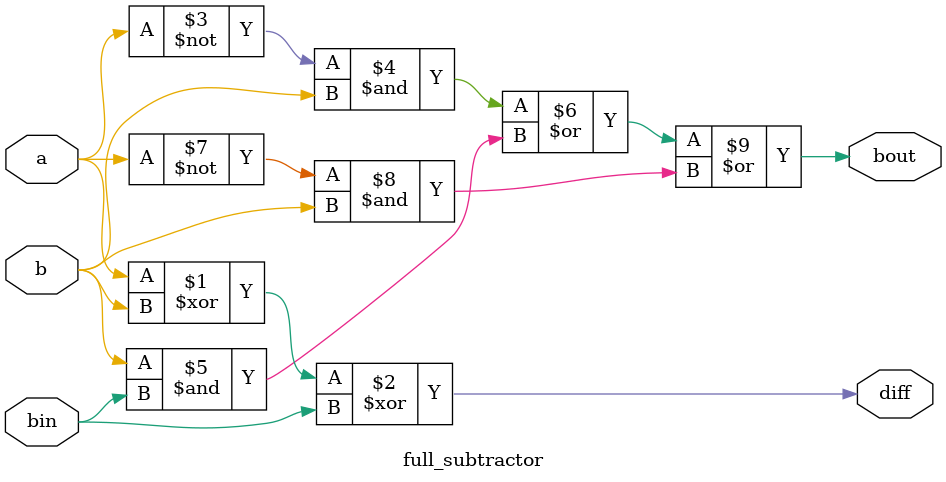
<source format=v>
`timescale 1ns / 1ps


module full_subtractor(a,b,bin,diff,bout);
   input a,b,bin;
output bout,diff;
assign diff=a^b^bin;
assign bout=(~a&b)|(b&bin)|(~a&b);
endmodule

</source>
